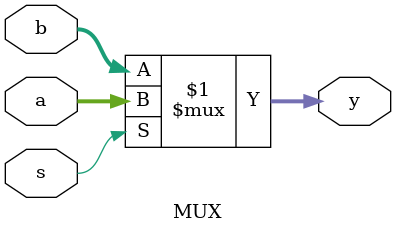
<source format=sv>
module MUX #(parameter N=32)(a,b,s,y);
input logic [N-1:0] a,b;
output logic [N-1:0]y;
input logic s;
assign y=s?a:b;
endmodule
</source>
